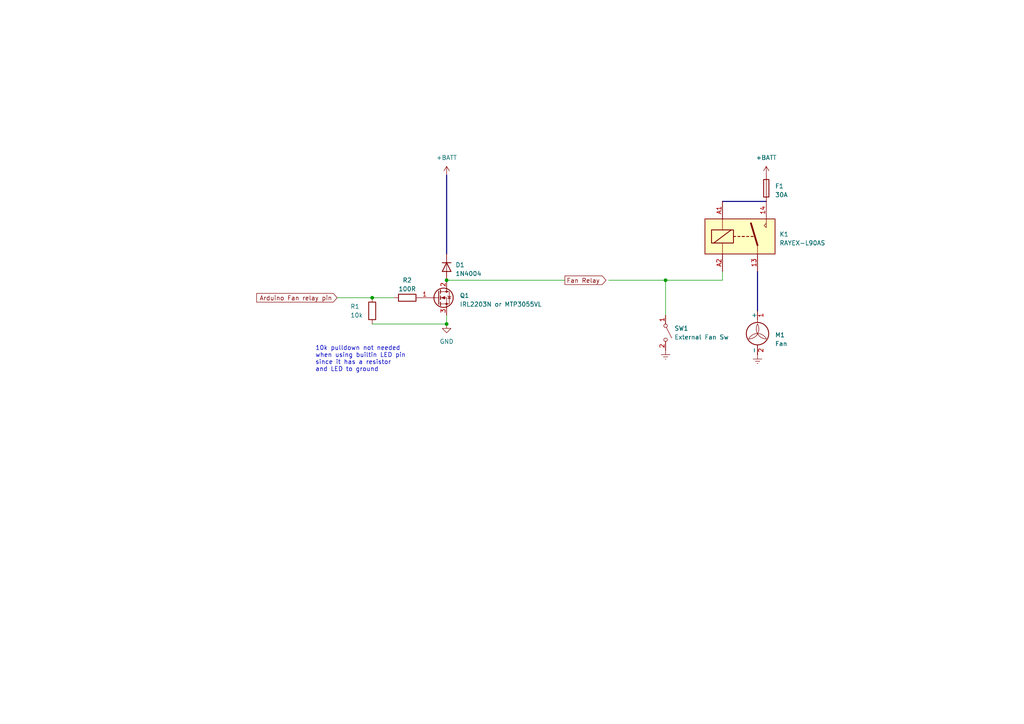
<source format=kicad_sch>
(kicad_sch (version 20230121) (generator eeschema)
  (paper "A4")
  (lib_symbols
    (symbol "Device:Fuse" (pin_numbers hide) (pin_names (offset 0))
      (property "Reference" "F" (at 2.032 0 90))
      (property "Value" "Fuse" (at -1.905 0 90))
      (symbol "Fuse_0_1"
        (rectangle (start -0.762 -2.54) (end 0.762 2.54) (stroke (width 0.254)))
        (polyline (pts (xy 0 2.54) (xy 0 -2.54)))
      )
      (symbol "Fuse_1_1"
        (pin passive line (at 0 3.81 270) (length 1.27) (name "~") (number "1"))
        (pin passive line (at 0 -3.81 90) (length 1.27) (name "~") (number "2"))
      )
    )
    (symbol "Device:R" (pin_numbers hide) (pin_names (offset 0))
      (property "Reference" "R" (at 2.032 0 90))
      (property "Value" "R" (at 0 0 90))
      (symbol "R_0_1"
        (rectangle (start -1.016 -2.54) (end 1.016 2.54) (stroke (width 0.254)))
      )
      (symbol "R_1_1"
        (pin passive line (at 0 3.81 270) (length 1.27) (name "~") (number "1"))
        (pin passive line (at 0 -3.81 90) (length 1.27) (name "~") (number "2"))
      )
    )
    (symbol "Diode:1N4004" (pin_numbers hide) (pin_names hide)
      (property "Reference" "D" (at 0 2.54 0))
      (property "Value" "1N4004" (at 0 -2.54 0))
      (symbol "1N4004_0_1"
        (polyline (pts (xy -1.27 1.27) (xy -1.27 -1.27)) (stroke (width 0.254)))
        (polyline (pts (xy 1.27 0) (xy -1.27 0)))
        (polyline (pts (xy 1.27 1.27) (xy 1.27 -1.27) (xy -1.27 0) (xy 1.27 1.27)) (stroke (width 0.254)))
      )
      (symbol "1N4004_1_1"
        (pin passive line (at -3.81 0 0) (length 2.54) (name "K") (number "1"))
        (pin passive line (at 3.81 0 180) (length 2.54) (name "A") (number "2"))
      )
    )
    (symbol "Motor:Fan" (pin_names (offset 0))
      (property "Reference" "M" (at 2.54 5.08 0))
      (property "Value" "Fan" (at 2.54 -2.54 0))
      (symbol "Fan_0_1"
        (arc (start -2.54 -0.508) (mid 0.0028 0.9121) (end 0 3.81))
        (polyline (pts (xy 0 -5.08) (xy 0 -4.572)))
        (polyline (pts (xy 0 -2.2352) (xy 0 -2.6416)))
        (polyline (pts (xy 0 4.2672) (xy 0 4.6228)))
        (polyline (pts (xy 0 4.572) (xy 0 5.08)))
        (circle (center 0 1.016) (radius 3.2512) (stroke (width 0.254)))
        (arc (start 0 3.81) (mid 0.053 0.921) (end 2.54 -0.508))
        (arc (start 2.54 -0.508) (mid 0 1.0618) (end -2.54 -0.508))
      )
      (symbol "Fan_1_1"
        (pin passive line (at 0 7.62 270) (length 2.54) (name "+") (number "1"))
        (pin passive line (at 0 -5.08 90) (length 2.54) (name "-") (number "2"))
      )
    )
    (symbol "Relay:RAYEX-L90AS"
      (property "Reference" "K" (at 11.43 3.81 0))
      (property "Value" "RAYEX-L90AS" (at 11.43 1.27 0))
      (symbol "RAYEX-L90AS_1_0"
        (polyline (pts (xy 7.62 3.81) (xy 7.62 5.08)))
        (polyline (pts (xy 7.62 3.81) (xy 7.62 2.54) (xy 6.985 3.175) (xy 7.62 3.81)))
      )
      (symbol "RAYEX-L90AS_1_1"
        (rectangle (start -10.16 5.08) (end 10.16 -5.08) (stroke (width 0.254)) (fill (type background)))
        (rectangle (start -8.255 1.905) (end -1.905 -1.905) (stroke (width 0.254)))
        (polyline (pts (xy -7.62 -1.905) (xy -2.54 1.905)) (stroke (width 0.254)))
        (polyline (pts (xy -5.08 -5.08) (xy -5.08 -1.905)))
        (polyline (pts (xy -5.08 5.08) (xy -5.08 1.905)))
        (polyline (pts (xy -1.905 0) (xy -1.27 0)) (stroke (width 0.254)))
        (polyline (pts (xy -0.635 0) (xy 0 0)) (stroke (width 0.254)))
        (polyline (pts (xy 0.635 0) (xy 1.27 0)) (stroke (width 0.254)))
        (polyline (pts (xy 0.635 0) (xy 1.27 0)) (stroke (width 0.254)))
        (polyline (pts (xy 1.905 0) (xy 2.54 0)) (stroke (width 0.254)))
        (polyline (pts (xy 3.175 0) (xy 3.81 0)) (stroke (width 0.254)))
        (polyline (pts (xy 5.08 -2.54) (xy 3.175 3.81)) (stroke (width 0.508)))
        (polyline (pts (xy 5.08 -2.54) (xy 5.08 -5.08)))
        (pin passive line (at 5.08 -10.16 90) (length 5.08) (name "~") (number "13"))
        (pin passive line (at 7.62 10.16 270) (length 5.08) (name "~") (number "14"))
        (pin passive line (at -5.08 10.16 270) (length 5.08) (name "~") (number "A1"))
        (pin passive line (at -5.08 -10.16 90) (length 5.08) (name "~") (number "A2"))
      )
    )
    (symbol "Switch:SW_SPST" (pin_names (offset 0) hide)
      (property "Reference" "SW" (at 0 3.175 0))
      (property "Value" "SW_SPST" (at 0 -2.54 0))
      (symbol "SW_SPST_0_0"
        (circle (center -2.032 0) (radius 0.508))
        (polyline (pts (xy -1.524 0.254) (xy 1.524 1.778)))
        (circle (center 2.032 0) (radius 0.508))
      )
      (symbol "SW_SPST_1_1"
        (pin passive line (at -5.08 0 0) (length 2.54) (name "A") (number "1"))
        (pin passive line (at 5.08 0 180) (length 2.54) (name "B") (number "2"))
      )
    )
    (symbol "Transistor_FET:IRLIZ44N" (pin_names hide)
      (property "Reference" "Q" (at 6.35 1.905 0))
      (property "Value" "IRLIZ44N" (at 6.35 0 0))
      (symbol "IRLIZ44N_0_1"
        (polyline (pts (xy 0.254 0) (xy -2.54 0)))
        (polyline (pts (xy 0.254 1.905) (xy 0.254 -1.905)) (stroke (width 0.254)))
        (polyline (pts (xy 0.762 -1.27) (xy 0.762 -2.286)) (stroke (width 0.254)))
        (polyline (pts (xy 0.762 0.508) (xy 0.762 -0.508)) (stroke (width 0.254)))
        (polyline (pts (xy 0.762 2.286) (xy 0.762 1.27)) (stroke (width 0.254)))
        (polyline (pts (xy 2.54 2.54) (xy 2.54 1.778)))
        (polyline (pts (xy 2.54 -2.54) (xy 2.54 0) (xy 0.762 0)))
        (polyline (pts (xy 0.762 -1.778) (xy 3.302 -1.778) (xy 3.302 1.778) (xy 0.762 1.778)))
        (polyline (pts (xy 1.016 0) (xy 2.032 0.381) (xy 2.032 -0.381) (xy 1.016 0)) (fill (type outline)))
        (polyline (pts (xy 2.794 0.508) (xy 2.921 0.381) (xy 3.683 0.381) (xy 3.81 0.254)))
        (polyline (pts (xy 3.302 0.381) (xy 2.921 -0.254) (xy 3.683 -0.254) (xy 3.302 0.381)))
        (circle (center 1.651 0) (radius 2.794) (stroke (width 0.254)))
        (circle (center 2.54 -1.778) (radius 0.254) (fill (type outline)))
        (circle (center 2.54 1.778) (radius 0.254) (fill (type outline)))
      )
      (symbol "IRLIZ44N_1_1"
        (pin input line (at -5.08 0 0) (length 2.54) (name "G") (number "1"))
        (pin passive line (at 2.54 5.08 270) (length 2.54) (name "D") (number "2"))
        (pin passive line (at 2.54 -5.08 90) (length 2.54) (name "S") (number "3"))
      )
    )
    (symbol "power:+BATT" (power) (pin_names (offset 0))
      (property "Value" "+BATT" (at 0 3.556 0))
      (symbol "+BATT_0_1"
        (polyline (pts (xy -0.762 1.27) (xy 0 2.54)))
        (polyline (pts (xy 0 0) (xy 0 2.54)))
        (polyline (pts (xy 0 2.54) (xy 0.762 1.27)))
      )
      (symbol "+BATT_1_1"
        (pin power_in line (at 0 0 90) (length 0) hide (name "+BATT") (number "1"))
      )
    )
    (symbol "power:Earth" (power) (pin_names (offset 0))
      (symbol "Earth_0_1"
        (polyline (pts (xy -0.635 -1.905) (xy 0.635 -1.905)))
        (polyline (pts (xy -0.127 -2.54) (xy 0.127 -2.54)))
        (polyline (pts (xy 0 -1.27) (xy 0 0)))
        (polyline (pts (xy 1.27 -1.27) (xy -1.27 -1.27)))
      )
      (symbol "Earth_1_1"
        (pin power_in line (at 0 0 270) (length 0) hide (name "Earth") (number "1"))
      )
    )
    (symbol "power:GND" (power) (pin_names (offset 0))
      (property "Value" "GND" (at 0 -3.81 0))
      (symbol "GND_0_1"
        (polyline (pts (xy 0 0) (xy 0 -1.27) (xy 1.27 -1.27) (xy 0 -2.54) (xy -1.27 -1.27) (xy 0 -1.27)))
      )
      (symbol "GND_1_1"
        (pin power_in line (at 0 0 270) (length 0) hide (name "GND") (number "1"))
      )
    )
  )
  (junction (at 107.95 86.36))
  (junction (at 129.54 81.28))
  (junction (at 129.54 93.98))
  (junction (at 193.04 81.28))
  (wire (pts (xy 129.54 81.28) (xy 163.83 81.28)))
  (bus (pts (xy 222.25 58.42) (xy 209.55 58.42)))
  (bus (pts (xy 129.54 50.8) (xy 129.54 73.66)))
  (wire (pts (xy 209.55 78.74) (xy 209.55 81.28)))
  (wire (pts (xy 107.95 86.36) (xy 114.3 86.36)))
  (wire (pts (xy 97.79 86.36) (xy 107.95 86.36)))
  (bus (pts (xy 219.71 78.74) (xy 219.71 90.17)))
  (wire (pts (xy 107.95 93.98) (xy 129.54 93.98)))
  (wire (pts (xy 129.54 91.44) (xy 129.54 93.98)))
  (wire (pts (xy 176.53 81.28) (xy 193.04 81.28)))
  (wire (pts (xy 209.55 81.28) (xy 193.04 81.28)))
  (wire (pts (xy 193.04 81.28) (xy 193.04 91.44)))
  (text "10k pulldown not needed\nwhen using builtin LED pin\nsince it has a resistor\nand LED to ground" (at 91.44 107.95 0) (effects (font (size 1.27 1.27)) (justify left bottom)))
  (global_label "Arduino Fan relay pin" (shape input) (at 97.79 86.36 180) (property "Intersheetrefs" "${INTERSHEET_REFS}" (effects hide)))
  (global_label "Fan Relay" (shape output) (at 163.83 81.28 0) (property "Intersheetrefs" "${INTERSHEET_REFS}" (effects hide)))
  (symbol (lib_id "Diode:1N4004") (at 129.54 77.47 270) (unit 1)
    (property "Reference" "D1" (at 132.08 76.835 90) (effects (justify left)))
    (property "Value" "1N4004" (at 132.08 79.375 90) (effects (justify left)))
    (property "Footprint" "Diode_THT:D_DO-41_SOD81_P10.16mm_Horizontal" (effects hide))
    (property "Datasheet" "http://www.vishay.com/docs/88503/1n4001.pdf" (effects hide))
    (property "Sim.Device" "D" (effects hide))
    (property "Sim.Pins" "1=K 2=A" (effects hide))
  )
  (symbol (lib_id "power:Earth") (at 219.71 102.87 0) (unit 1)
    (property "Reference" "#PWR02" (effects hide))
    (property "Value" "Earth" (effects hide))
  )
  (symbol (lib_id "power:+BATT") (at 129.54 50.8 0) (unit 1)
    (property "Reference" "#PWR05" (effects hide))
    (property "Value" "+BATT" (at 129.54 45.72 0))
  )
  (symbol (lib_id "Switch:SW_SPST") (at 193.04 96.52 270) (unit 1)
    (property "Reference" "SW1" (at 195.58 95.25 90) (effects (justify left)))
    (property "Value" "External Fan Sw" (at 195.58 97.79 90) (effects (justify left)))
  )
  (symbol (lib_id "Motor:Fan") (at 219.71 97.79 0) (unit 1)
    (property "Reference" "M1" (at 224.79 97.155 0) (effects (justify left)))
    (property "Value" "Fan" (at 224.79 99.695 0) (effects (justify left)))
  )
  (symbol (lib_id "Device:R") (at 107.95 90.17 0) (unit 1)
    (property "Reference" "R1" (at 101.6 88.9 0) (effects (justify left)))
    (property "Value" "10k" (at 101.6 91.44 0) (effects (justify left)))
  )
  (symbol (lib_id "Transistor_FET:IRLIZ44N") (at 127 86.36 0) (unit 1)
    (property "Reference" "Q1" (at 133.35 85.725 0) (effects (justify left)))
    (property "Value" "IRL2203N or MTP3055VL" (at 133.35 88.265 0) (effects (justify left)))
    (property "Footprint" "Package_TO_SOT_THT:TO-220F-3_Vertical" (effects hide))
    (property "Datasheet" "http://www.irf.com/product-info/datasheets/data/irliz44n.pdf" (effects hide))
  )
  (symbol (lib_id "Device:R") (at 118.11 86.36 270) (unit 1)
    (property "Reference" "R2" (at 118.11 81.28 90))
    (property "Value" "100R" (at 118.11 83.82 90))
  )
  (symbol (lib_id "power:Earth") (at 193.04 101.6 0) (unit 1)
    (property "Reference" "#PWR03" (effects hide))
    (property "Value" "Earth" (effects hide))
  )
  (symbol (lib_id "power:+BATT") (at 222.25 50.8 0) (unit 1)
    (property "Reference" "#PWR04" (effects hide))
    (property "Value" "+BATT" (at 222.25 45.72 0))
  )
  (symbol (lib_id "Relay:RAYEX-L90AS") (at 214.63 68.58 0) (unit 1)
    (property "Reference" "K1" (at 226.06 67.945 0) (effects (justify left)))
    (property "Value" "RAYEX-L90AS" (at 226.06 70.485 0) (effects (justify left)))
    (property "Footprint" "Relay_THT:Relay_SPST_RAYEX-L90AS" (effects hide))
    (property "Datasheet" "https://a3.sofastcdn.com/attachment/7jioKBjnRiiSrjrjknRiwS77gwbf3zmp/L90-SERIES.pdf" (effects hide))
  )
  (symbol (lib_id "power:GND") (at 129.54 93.98 0) (unit 1)
    (property "Reference" "#PWR01" (effects hide))
    (property "Value" "GND" (at 129.54 99.06 0))
  )
  (symbol (lib_id "Device:Fuse") (at 222.25 54.61 0) (unit 1)
    (property "Reference" "F1" (at 224.79 53.975 0) (effects (justify left)))
    (property "Value" "30A" (at 224.79 56.515 0) (effects (justify left)))
  )
)
</source>
